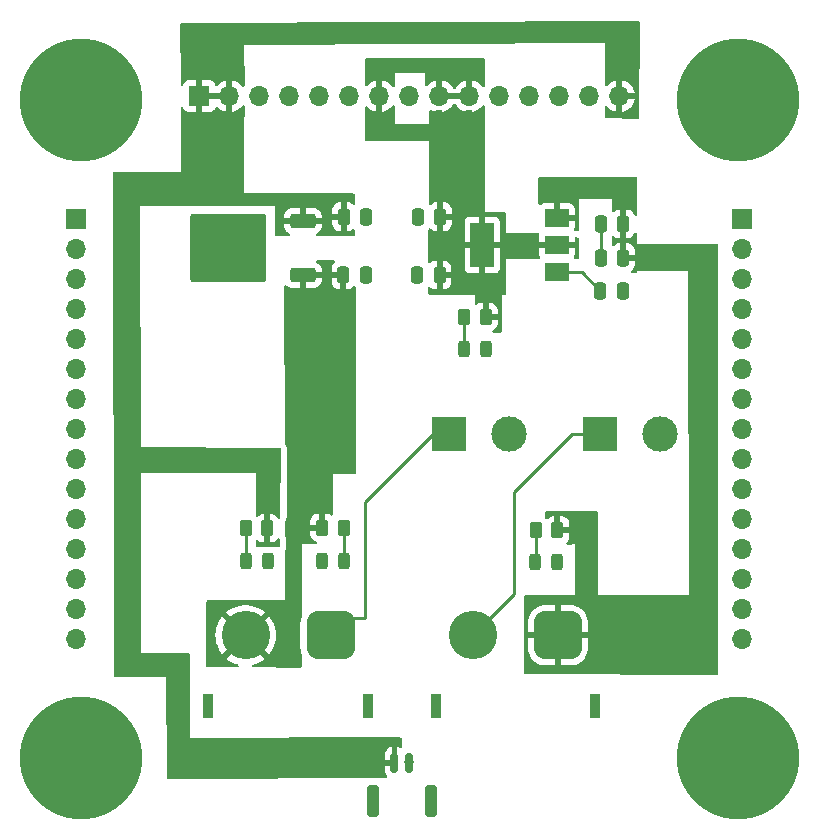
<source format=gbr>
%TF.GenerationSoftware,KiCad,Pcbnew,7.0.7*%
%TF.CreationDate,2024-02-10T01:31:47+05:30*%
%TF.ProjectId,PDB_Board,5044425f-426f-4617-9264-2e6b69636164,rev?*%
%TF.SameCoordinates,Original*%
%TF.FileFunction,Copper,L1,Top*%
%TF.FilePolarity,Positive*%
%FSLAX46Y46*%
G04 Gerber Fmt 4.6, Leading zero omitted, Abs format (unit mm)*
G04 Created by KiCad (PCBNEW 7.0.7) date 2024-02-10 01:31:47*
%MOMM*%
%LPD*%
G01*
G04 APERTURE LIST*
G04 Aperture macros list*
%AMRoundRect*
0 Rectangle with rounded corners*
0 $1 Rounding radius*
0 $2 $3 $4 $5 $6 $7 $8 $9 X,Y pos of 4 corners*
0 Add a 4 corners polygon primitive as box body*
4,1,4,$2,$3,$4,$5,$6,$7,$8,$9,$2,$3,0*
0 Add four circle primitives for the rounded corners*
1,1,$1+$1,$2,$3*
1,1,$1+$1,$4,$5*
1,1,$1+$1,$6,$7*
1,1,$1+$1,$8,$9*
0 Add four rect primitives between the rounded corners*
20,1,$1+$1,$2,$3,$4,$5,0*
20,1,$1+$1,$4,$5,$6,$7,0*
20,1,$1+$1,$6,$7,$8,$9,0*
20,1,$1+$1,$8,$9,$2,$3,0*%
G04 Aperture macros list end*
%TA.AperFunction,ComponentPad*%
%ADD10R,1.700000X1.700000*%
%TD*%
%TA.AperFunction,ComponentPad*%
%ADD11O,1.700000X1.700000*%
%TD*%
%TA.AperFunction,ComponentPad*%
%ADD12C,10.400000*%
%TD*%
%TA.AperFunction,SMDPad,CuDef*%
%ADD13RoundRect,0.243750X0.243750X0.456250X-0.243750X0.456250X-0.243750X-0.456250X0.243750X-0.456250X0*%
%TD*%
%TA.AperFunction,SMDPad,CuDef*%
%ADD14RoundRect,0.250000X0.262500X0.450000X-0.262500X0.450000X-0.262500X-0.450000X0.262500X-0.450000X0*%
%TD*%
%TA.AperFunction,ComponentPad*%
%ADD15R,3.000000X3.000000*%
%TD*%
%TA.AperFunction,ComponentPad*%
%ADD16C,3.000000*%
%TD*%
%TA.AperFunction,SMDPad,CuDef*%
%ADD17RoundRect,0.250000X-0.262500X-0.450000X0.262500X-0.450000X0.262500X0.450000X-0.262500X0.450000X0*%
%TD*%
%TA.AperFunction,SMDPad,CuDef*%
%ADD18RoundRect,0.250000X0.250000X0.475000X-0.250000X0.475000X-0.250000X-0.475000X0.250000X-0.475000X0*%
%TD*%
%TA.AperFunction,SMDPad,CuDef*%
%ADD19RoundRect,0.250000X-0.250000X-0.475000X0.250000X-0.475000X0.250000X0.475000X-0.250000X0.475000X0*%
%TD*%
%TA.AperFunction,SMDPad,CuDef*%
%ADD20RoundRect,0.243750X-0.243750X-0.456250X0.243750X-0.456250X0.243750X0.456250X-0.243750X0.456250X0*%
%TD*%
%TA.AperFunction,SMDPad,CuDef*%
%ADD21RoundRect,0.150000X-0.150000X-0.700000X0.150000X-0.700000X0.150000X0.700000X-0.150000X0.700000X0*%
%TD*%
%TA.AperFunction,SMDPad,CuDef*%
%ADD22RoundRect,0.250000X-0.250000X-1.100000X0.250000X-1.100000X0.250000X1.100000X-0.250000X1.100000X0*%
%TD*%
%TA.AperFunction,SMDPad,CuDef*%
%ADD23R,2.000000X1.500000*%
%TD*%
%TA.AperFunction,SMDPad,CuDef*%
%ADD24R,2.000000X3.800000*%
%TD*%
%TA.AperFunction,SMDPad,CuDef*%
%ADD25RoundRect,0.250000X0.850000X0.350000X-0.850000X0.350000X-0.850000X-0.350000X0.850000X-0.350000X0*%
%TD*%
%TA.AperFunction,SMDPad,CuDef*%
%ADD26RoundRect,0.250000X1.275000X1.125000X-1.275000X1.125000X-1.275000X-1.125000X1.275000X-1.125000X0*%
%TD*%
%TA.AperFunction,SMDPad,CuDef*%
%ADD27RoundRect,0.249997X2.950003X2.650003X-2.950003X2.650003X-2.950003X-2.650003X2.950003X-2.650003X0*%
%TD*%
%TA.AperFunction,ComponentPad*%
%ADD28R,0.900000X2.000000*%
%TD*%
%TA.AperFunction,ComponentPad*%
%ADD29RoundRect,1.025000X-1.025000X-1.025000X1.025000X-1.025000X1.025000X1.025000X-1.025000X1.025000X0*%
%TD*%
%TA.AperFunction,ComponentPad*%
%ADD30C,4.100000*%
%TD*%
%TA.AperFunction,ViaPad*%
%ADD31C,0.800000*%
%TD*%
%TA.AperFunction,Conductor*%
%ADD32C,0.250000*%
%TD*%
G04 APERTURE END LIST*
D10*
%TO.P,U1,1*%
%TO.N,unconnected-(U1-Pad1)*%
X156165200Y-82087800D03*
D11*
%TO.P,U1,2*%
%TO.N,unconnected-(U1-Pad2)*%
X156165200Y-84627800D03*
%TO.P,U1,3*%
%TO.N,unconnected-(U1-Pad3)*%
X156165200Y-87167800D03*
%TO.P,U1,4*%
%TO.N,unconnected-(U1-Pad4)*%
X156165200Y-89707800D03*
%TO.P,U1,5*%
%TO.N,unconnected-(U1-Pad5)*%
X156165200Y-92247800D03*
%TO.P,U1,6*%
%TO.N,unconnected-(U1-Pad6)*%
X156165200Y-94787800D03*
%TO.P,U1,7*%
%TO.N,unconnected-(U1-Pad7)*%
X156165200Y-97327800D03*
%TO.P,U1,8*%
%TO.N,unconnected-(U1-Pad8)*%
X156165200Y-99867800D03*
%TO.P,U1,9*%
%TO.N,unconnected-(U1-Pad9)*%
X156165200Y-102407800D03*
%TO.P,U1,10*%
%TO.N,unconnected-(U1-Pad10)*%
X156165200Y-104947800D03*
%TO.P,U1,11*%
%TO.N,unconnected-(U1-Pad11)*%
X156165200Y-107487800D03*
%TO.P,U1,12*%
%TO.N,unconnected-(U1-Pad12)*%
X156165200Y-110027800D03*
%TO.P,U1,13*%
%TO.N,unconnected-(U1-Pad13)*%
X156165200Y-112567800D03*
%TO.P,U1,14*%
%TO.N,unconnected-(U1-Pad14)*%
X156165200Y-115107800D03*
%TO.P,U1,15*%
%TO.N,unconnected-(U1-Pad15)*%
X156165200Y-117647800D03*
%TO.P,U1,16*%
%TO.N,unconnected-(U1-Pad16)*%
X99765200Y-117617800D03*
%TO.P,U1,17*%
%TO.N,unconnected-(U1-Pad17)*%
X99765200Y-115077800D03*
%TO.P,U1,18*%
%TO.N,unconnected-(U1-Pad18)*%
X99765200Y-112537800D03*
%TO.P,U1,19*%
%TO.N,unconnected-(U1-Pad19)*%
X99765200Y-109997800D03*
%TO.P,U1,20*%
%TO.N,unconnected-(U1-Pad20)*%
X99765200Y-107457800D03*
%TO.P,U1,21*%
%TO.N,unconnected-(U1-Pad21)*%
X99765200Y-104917800D03*
%TO.P,U1,22*%
%TO.N,unconnected-(U1-Pad22)*%
X99765200Y-102377800D03*
%TO.P,U1,23*%
%TO.N,unconnected-(U1-Pad23)*%
X99765200Y-99837800D03*
%TO.P,U1,24*%
%TO.N,unconnected-(U1-Pad24)*%
X99765200Y-97297800D03*
%TO.P,U1,25*%
%TO.N,unconnected-(U1-Pad25)*%
X99765200Y-94757800D03*
%TO.P,U1,26*%
%TO.N,unconnected-(U1-Pad26)*%
X99765200Y-92217800D03*
%TO.P,U1,27*%
%TO.N,unconnected-(U1-Pad27)*%
X99765200Y-89677800D03*
%TO.P,U1,28*%
%TO.N,unconnected-(U1-Pad28)*%
X99765200Y-87137800D03*
%TO.P,U1,29*%
%TO.N,unconnected-(U1-Pad29)*%
X99765200Y-84597800D03*
D10*
%TO.P,U1,30*%
%TO.N,unconnected-(U1-Pad30)*%
X99765200Y-82057800D03*
%TO.P,U1,31*%
%TO.N,5V*%
X110190200Y-71672800D03*
D11*
%TO.P,U1,32*%
X112730200Y-71672800D03*
%TO.P,U1,33*%
%TO.N,unconnected-(U1-Pad33)*%
X115270200Y-71672800D03*
%TO.P,U1,34*%
%TO.N,unconnected-(U1-Pad34)*%
X117810200Y-71672800D03*
%TO.P,U1,35*%
%TO.N,unconnected-(U1-Pad35)*%
X120350200Y-71672800D03*
%TO.P,U1,36*%
%TO.N,unconnected-(U1-Pad36)*%
X122890200Y-71672800D03*
%TO.P,U1,37*%
%TO.N,3.3V*%
X125430200Y-71672800D03*
%TO.P,U1,38*%
%TO.N,unconnected-(U1-Pad38)*%
X127970200Y-71672800D03*
%TO.P,U1,39*%
%TO.N,3.3V*%
X130510200Y-71672800D03*
%TO.P,U1,40*%
X133050200Y-71672800D03*
%TO.P,U1,41*%
%TO.N,unconnected-(U1-Pad41)*%
X135590200Y-71672800D03*
%TO.P,U1,42*%
%TO.N,unconnected-(U1-Pad42)*%
X138130200Y-71672800D03*
%TO.P,U1,43*%
%TO.N,unconnected-(U1-Pad43)*%
X140670200Y-71672800D03*
%TO.P,U1,44*%
%TO.N,unconnected-(U1-Pad44)*%
X143210200Y-71672800D03*
%TO.P,U1,45*%
%TO.N,5V*%
X145750200Y-71672800D03*
D12*
%TO.P,U1,49,1*%
%TO.N,GND*%
X155765200Y-127672800D03*
%TO.P,U1,50,1*%
X100165200Y-127672800D03*
%TO.P,U1,51,1*%
X100165200Y-71972800D03*
%TO.P,U1,52,1*%
X155765200Y-71987800D03*
%TD*%
D13*
%TO.P,5V_LED,1,K*%
%TO.N,GND*%
X115999100Y-111048800D03*
%TO.P,5V_LED,2,A*%
%TO.N,Net-(D2-A)*%
X114124100Y-111048800D03*
%TD*%
D14*
%TO.P,R1,1*%
%TO.N,7.4V1*%
X140510900Y-108432600D03*
%TO.P,R1,2*%
%TO.N,Net-(D1-A)*%
X138685900Y-108432600D03*
%TD*%
D13*
%TO.P,7.4V1_LED,1,K*%
%TO.N,GND*%
X140508600Y-111125000D03*
%TO.P,7.4V1_LED,2,A*%
%TO.N,Net-(D1-A)*%
X138633600Y-111125000D03*
%TD*%
D15*
%TO.P,PRIMARY SWITCH,1,Pin_1*%
%TO.N,7.4V1_SWITCH*%
X144119600Y-100253800D03*
D16*
%TO.P,PRIMARY SWITCH,2,Pin_2*%
%TO.N,GND*%
X149199600Y-100253800D03*
%TD*%
D15*
%TO.P,CAM+TELEM SWITCH,1,Pin_1*%
%TO.N,7.4V2_SWITCH*%
X131368800Y-100253800D03*
D16*
%TO.P,CAM+TELEM SWITCH,2,Pin_2*%
%TO.N,GND*%
X136448800Y-100253800D03*
%TD*%
D17*
%TO.P,R3,1*%
%TO.N,7.4V2*%
X120575700Y-108204000D03*
%TO.P,R3,2*%
%TO.N,Net-(D3-A)*%
X122400700Y-108204000D03*
%TD*%
D18*
%TO.P,C5,1*%
%TO.N,7.4V1*%
X146078800Y-85343000D03*
%TO.P,C5,2*%
%TO.N,Net-(C5-Pad2)*%
X144178800Y-85343000D03*
%TD*%
D14*
%TO.P,R2,1*%
%TO.N,5V*%
X115951000Y-108254800D03*
%TO.P,R2,2*%
%TO.N,Net-(D2-A)*%
X114126000Y-108254800D03*
%TD*%
D19*
%TO.P,C7,1*%
%TO.N,Net-(U3-GND)*%
X144153400Y-88162400D03*
%TO.P,C7,2*%
%TO.N,GND*%
X146053400Y-88162400D03*
%TD*%
%TO.P,C2,1*%
%TO.N,5V*%
X122436400Y-81888600D03*
%TO.P,C2,2*%
%TO.N,GND*%
X124336400Y-81888600D03*
%TD*%
D14*
%TO.P,R6,1*%
%TO.N,3.3V*%
X134438400Y-90345100D03*
%TO.P,R6,2*%
%TO.N,Net-(D4-A)*%
X132613400Y-90345100D03*
%TD*%
D18*
%TO.P,C9,1*%
%TO.N,3.3V*%
X130534000Y-86816200D03*
%TO.P,C9,2*%
%TO.N,GND*%
X128634000Y-86816200D03*
%TD*%
D20*
%TO.P,7.4V2_LED,1,K*%
%TO.N,GND*%
X120601500Y-111048800D03*
%TO.P,7.4V2_LED,2,A*%
%TO.N,Net-(D3-A)*%
X122476500Y-111048800D03*
%TD*%
D21*
%TO.P,J1,1,Pin_1*%
%TO.N,5V*%
X126715200Y-128117600D03*
%TO.P,J1,2,Pin_2*%
%TO.N,GND*%
X127965200Y-128117600D03*
D22*
%TO.P,J1,MP*%
%TO.N,N/C*%
X124865200Y-131317600D03*
X129815200Y-131317600D03*
%TD*%
D13*
%TO.P,3.3V_LED,1,K*%
%TO.N,GND*%
X134440300Y-93062900D03*
%TO.P,3.3V_LED,2,A*%
%TO.N,Net-(D4-A)*%
X132565300Y-93062900D03*
%TD*%
D23*
%TO.P,U3,1,GND*%
%TO.N,Net-(U3-GND)*%
X140455600Y-86576200D03*
%TO.P,U3,2,VO*%
%TO.N,3.3V*%
X140455600Y-84276200D03*
D24*
X134155600Y-84276200D03*
D23*
%TO.P,U3,3,VI*%
%TO.N,7.4V1*%
X140455600Y-81976200D03*
%TD*%
D18*
%TO.P,C6,1*%
%TO.N,7.4V1*%
X146078800Y-82498200D03*
%TO.P,C6,2*%
%TO.N,Net-(C5-Pad2)*%
X144178800Y-82498200D03*
%TD*%
D25*
%TO.P,U2,1,VI*%
%TO.N,7.4V2*%
X118950400Y-86810200D03*
D26*
%TO.P,U2,2,GND*%
%TO.N,GND*%
X114325400Y-86055200D03*
X114325400Y-83005200D03*
D27*
X112650400Y-84530200D03*
D26*
X110975400Y-86055200D03*
X110975400Y-83005200D03*
D25*
%TO.P,U2,3,VO*%
%TO.N,5V*%
X118950400Y-82250200D03*
%TD*%
D18*
%TO.P,C8,1*%
%TO.N,3.3V*%
X130584800Y-81888600D03*
%TO.P,C8,2*%
%TO.N,GND*%
X128684800Y-81888600D03*
%TD*%
D19*
%TO.P,C1,1*%
%TO.N,7.4V2*%
X122385600Y-86816200D03*
%TO.P,C1,2*%
%TO.N,GND*%
X124285600Y-86816200D03*
%TD*%
D28*
%TO.P,CAM+TELEM,*%
%TO.N,*%
X110960000Y-123317000D03*
X124460000Y-123317000D03*
D29*
%TO.P,CAM+TELEM,1,Pin_1*%
%TO.N,7.4V2_SWITCH*%
X121310000Y-117317000D03*
D30*
%TO.P,CAM+TELEM,2,Pin_2*%
%TO.N,7.4V2*%
X114110000Y-117317000D03*
%TD*%
D28*
%TO.P,PRIMARY,*%
%TO.N,*%
X130200400Y-123317000D03*
X143700400Y-123317000D03*
D29*
%TO.P,PRIMARY,1,Pin_1*%
%TO.N,7.4V1*%
X140550400Y-117317000D03*
D30*
%TO.P,PRIMARY,2,Pin_2*%
%TO.N,7.4V1_SWITCH*%
X133350400Y-117317000D03*
%TD*%
D31*
%TO.N,GND*%
X116052600Y-110972600D03*
X110838800Y-86003400D03*
X124351600Y-86765400D03*
X128669600Y-81939400D03*
X120599200Y-111048800D03*
X134491100Y-93037500D03*
X127965200Y-128066800D03*
X111016600Y-83082400D03*
X140563600Y-111074200D03*
X114217000Y-86003400D03*
X128644200Y-86892400D03*
X114420200Y-83057000D03*
X124351600Y-81888600D03*
X146043200Y-88213200D03*
%TD*%
D32*
%TO.N,GND*%
X120575700Y-111023000D02*
X120599200Y-111046500D01*
X120601500Y-111048800D02*
X120601500Y-111048800D01*
X120599200Y-111048800D02*
X120601500Y-111048800D01*
X120599200Y-111046500D02*
X120599200Y-111048800D01*
%TO.N,Net-(C5-Pad2)*%
X144178800Y-82498200D02*
X144178800Y-85343000D01*
%TO.N,Net-(U3-GND)*%
X140455600Y-86576200D02*
X142567200Y-86576200D01*
X142567200Y-86576200D02*
X144153400Y-88162400D01*
%TO.N,Net-(D4-A)*%
X132613400Y-90345100D02*
X132613400Y-93014800D01*
X132613400Y-93014800D02*
X132565300Y-93062900D01*
%TO.N,Net-(D1-A)*%
X138685900Y-108432600D02*
X138685900Y-111072700D01*
X138685900Y-111072700D02*
X138633600Y-111125000D01*
%TO.N,Net-(D2-A)*%
X114126000Y-108254800D02*
X114126000Y-111046900D01*
X114126000Y-111046900D02*
X114124100Y-111048800D01*
%TO.N,Net-(D3-A)*%
X122400700Y-108204000D02*
X122400700Y-110973000D01*
X122400700Y-110973000D02*
X122476500Y-111048800D01*
%TO.N,7.4V1_SWITCH*%
X141757400Y-100253800D02*
X136855200Y-105156000D01*
X144119600Y-100253800D02*
X141757400Y-100253800D01*
X136855200Y-113812200D02*
X133350400Y-117317000D01*
X136855200Y-105156000D02*
X136855200Y-113812200D01*
%TO.N,7.4V2_SWITCH*%
X124180600Y-115849400D02*
X122777600Y-115849400D01*
X129946400Y-100253800D02*
X124180600Y-106019600D01*
X122777600Y-115849400D02*
X121310000Y-117317000D01*
X124180600Y-106019600D02*
X124180600Y-115849400D01*
X131368800Y-100253800D02*
X129946400Y-100253800D01*
%TD*%
%TA.AperFunction,Conductor*%
%TO.N,3.3V*%
G36*
X125607712Y-72172307D02*
G01*
X125660515Y-72218062D01*
X125680200Y-72285101D01*
X125680200Y-73003433D01*
X125893683Y-72946233D01*
X125893692Y-72946229D01*
X126107778Y-72846400D01*
X126301282Y-72710905D01*
X126468305Y-72543882D01*
X126520425Y-72469449D01*
X126575003Y-72425824D01*
X126644501Y-72418632D01*
X126706856Y-72450154D01*
X126742269Y-72510384D01*
X126746000Y-72540573D01*
X126746000Y-73507600D01*
X124206000Y-73507600D01*
X124206000Y-72657150D01*
X124225685Y-72590111D01*
X124278489Y-72544356D01*
X124347647Y-72534412D01*
X124411203Y-72563437D01*
X124417681Y-72569469D01*
X124559117Y-72710905D01*
X124752621Y-72846400D01*
X124966707Y-72946229D01*
X124966716Y-72946233D01*
X125180200Y-73003434D01*
X125180200Y-72285101D01*
X125199885Y-72218062D01*
X125252689Y-72172307D01*
X125321847Y-72162363D01*
X125394437Y-72172800D01*
X125394438Y-72172800D01*
X125465962Y-72172800D01*
X125465963Y-72172800D01*
X125538553Y-72162363D01*
X125607712Y-72172307D01*
G37*
%TD.AperFunction*%
%TA.AperFunction,Conductor*%
G36*
X131865055Y-72338473D02*
G01*
X131881775Y-72357768D01*
X132012094Y-72543882D01*
X132179117Y-72710905D01*
X132372621Y-72846400D01*
X132374337Y-72847200D01*
X131186062Y-72847200D01*
X131187778Y-72846400D01*
X131381282Y-72710905D01*
X131548305Y-72543882D01*
X131678625Y-72357768D01*
X131733202Y-72314144D01*
X131802701Y-72306951D01*
X131865055Y-72338473D01*
G37*
%TD.AperFunction*%
%TA.AperFunction,Conductor*%
G36*
X134326856Y-72450154D02*
G01*
X134362269Y-72510384D01*
X134366000Y-72540572D01*
X134366000Y-72847200D01*
X133726062Y-72847200D01*
X133727778Y-72846400D01*
X133921282Y-72710905D01*
X134088305Y-72543882D01*
X134140425Y-72469449D01*
X134195003Y-72425824D01*
X134264501Y-72418632D01*
X134326856Y-72450154D01*
G37*
%TD.AperFunction*%
%TA.AperFunction,Conductor*%
G36*
X132503892Y-71442485D02*
G01*
X132549647Y-71495289D01*
X132559591Y-71564447D01*
X132555831Y-71581733D01*
X132550200Y-71600911D01*
X132550200Y-71744688D01*
X132555831Y-71763867D01*
X132555830Y-71833736D01*
X132518055Y-71892514D01*
X132454499Y-71921538D01*
X132436853Y-71922800D01*
X131123547Y-71922800D01*
X131056508Y-71903115D01*
X131010753Y-71850311D01*
X131000809Y-71781153D01*
X131004569Y-71763867D01*
X131010200Y-71744688D01*
X131010200Y-71600911D01*
X131004569Y-71581733D01*
X131004570Y-71511864D01*
X131042345Y-71453086D01*
X131105901Y-71424062D01*
X131123547Y-71422800D01*
X132436853Y-71422800D01*
X132503892Y-71442485D01*
G37*
%TD.AperFunction*%
%TA.AperFunction,Conductor*%
G36*
X134308517Y-68447572D02*
G01*
X134354535Y-68500146D01*
X134366000Y-68552221D01*
X134366000Y-70805026D01*
X134346315Y-70872065D01*
X134293511Y-70917820D01*
X134224353Y-70927764D01*
X134160797Y-70898739D01*
X134140425Y-70876150D01*
X134088309Y-70801722D01*
X134088308Y-70801720D01*
X133921282Y-70634694D01*
X133727778Y-70499199D01*
X133513692Y-70399370D01*
X133513686Y-70399367D01*
X133300200Y-70342164D01*
X133300200Y-71060498D01*
X133280515Y-71127537D01*
X133227711Y-71173292D01*
X133158555Y-71183236D01*
X133085966Y-71172800D01*
X133085963Y-71172800D01*
X133014437Y-71172800D01*
X133014433Y-71172800D01*
X132941845Y-71183236D01*
X132872687Y-71173292D01*
X132819884Y-71127536D01*
X132800200Y-71060498D01*
X132800199Y-70342164D01*
X132586713Y-70399367D01*
X132586707Y-70399370D01*
X132372622Y-70499199D01*
X132372620Y-70499200D01*
X132179126Y-70634686D01*
X132179120Y-70634691D01*
X132012091Y-70801720D01*
X132012090Y-70801722D01*
X131881774Y-70987831D01*
X131827196Y-71031456D01*
X131757698Y-71038648D01*
X131695343Y-71007126D01*
X131678624Y-70987830D01*
X131548313Y-70801726D01*
X131548308Y-70801720D01*
X131381282Y-70634694D01*
X131187778Y-70499199D01*
X130973692Y-70399370D01*
X130973686Y-70399367D01*
X130760200Y-70342164D01*
X130760200Y-71060498D01*
X130740515Y-71127537D01*
X130687711Y-71173292D01*
X130618555Y-71183236D01*
X130545966Y-71172800D01*
X130545963Y-71172800D01*
X130474437Y-71172800D01*
X130474433Y-71172800D01*
X130401845Y-71183236D01*
X130332687Y-71173292D01*
X130279884Y-71127536D01*
X130260200Y-71060498D01*
X130260200Y-70342164D01*
X130260199Y-70342164D01*
X130046713Y-70399367D01*
X130046707Y-70399370D01*
X129832622Y-70499199D01*
X129832620Y-70499200D01*
X129639126Y-70634686D01*
X129639120Y-70634691D01*
X129497681Y-70776131D01*
X129436358Y-70809616D01*
X129366666Y-70804632D01*
X129310733Y-70762760D01*
X129286316Y-70697296D01*
X129286000Y-70688450D01*
X129286000Y-69697600D01*
X126746000Y-69697600D01*
X126746000Y-70805026D01*
X126726315Y-70872065D01*
X126673511Y-70917820D01*
X126604353Y-70927764D01*
X126540797Y-70898739D01*
X126520425Y-70876150D01*
X126468309Y-70801722D01*
X126468308Y-70801720D01*
X126301282Y-70634694D01*
X126107778Y-70499199D01*
X125893692Y-70399370D01*
X125893686Y-70399367D01*
X125680200Y-70342164D01*
X125680200Y-71060498D01*
X125660515Y-71127537D01*
X125607711Y-71173292D01*
X125538555Y-71183236D01*
X125465966Y-71172800D01*
X125465963Y-71172800D01*
X125394437Y-71172800D01*
X125394433Y-71172800D01*
X125321845Y-71183236D01*
X125252687Y-71173292D01*
X125199884Y-71127536D01*
X125180200Y-71060498D01*
X125180199Y-70342164D01*
X124966713Y-70399367D01*
X124966707Y-70399370D01*
X124752622Y-70499199D01*
X124752620Y-70499200D01*
X124559126Y-70634686D01*
X124417681Y-70776131D01*
X124356358Y-70809615D01*
X124286666Y-70804631D01*
X124230733Y-70762759D01*
X124206316Y-70697295D01*
X124206000Y-70688449D01*
X124206000Y-68601781D01*
X124225685Y-68534742D01*
X124278489Y-68488987D01*
X124329379Y-68477783D01*
X134241380Y-68428223D01*
X134308517Y-68447572D01*
G37*
%TD.AperFunction*%
%TD*%
%TA.AperFunction,Conductor*%
%TO.N,7.4V1*%
G36*
X154069775Y-84195491D02*
G01*
X154115721Y-84248130D01*
X154127113Y-84300134D01*
X154101886Y-120551103D01*
X154082155Y-120618129D01*
X154029319Y-120663847D01*
X153977503Y-120675016D01*
X137766687Y-120624982D01*
X137699709Y-120605091D01*
X137654117Y-120552146D01*
X137643071Y-120500515D01*
X137651011Y-118412266D01*
X138000400Y-118412266D01*
X138010615Y-118556958D01*
X138010617Y-118556968D01*
X138064713Y-118797165D01*
X138064715Y-118797172D01*
X138156644Y-119025585D01*
X138284020Y-119236289D01*
X138284027Y-119236299D01*
X138443553Y-119423846D01*
X138631100Y-119583372D01*
X138631110Y-119583379D01*
X138841814Y-119710755D01*
X139070227Y-119802684D01*
X139070234Y-119802686D01*
X139310431Y-119856782D01*
X139310441Y-119856784D01*
X139455134Y-119867000D01*
X140300400Y-119867000D01*
X140300400Y-118785607D01*
X140320085Y-118718568D01*
X140372889Y-118672813D01*
X140435208Y-118662079D01*
X140491455Y-118667000D01*
X140609345Y-118667000D01*
X140665592Y-118662079D01*
X140734092Y-118675845D01*
X140784275Y-118724461D01*
X140800400Y-118785607D01*
X140800400Y-119867000D01*
X141645666Y-119867000D01*
X141790358Y-119856784D01*
X141790368Y-119856782D01*
X142030565Y-119802686D01*
X142030572Y-119802684D01*
X142258985Y-119710755D01*
X142469689Y-119583379D01*
X142469699Y-119583372D01*
X142657246Y-119423846D01*
X142816772Y-119236299D01*
X142816779Y-119236289D01*
X142944155Y-119025585D01*
X143036084Y-118797172D01*
X143036086Y-118797165D01*
X143090182Y-118556968D01*
X143090184Y-118556958D01*
X143100400Y-118412266D01*
X143100400Y-117567000D01*
X142019007Y-117567000D01*
X141951968Y-117547315D01*
X141906213Y-117494511D01*
X141895479Y-117432193D01*
X141905557Y-117317001D01*
X141905557Y-117316998D01*
X141895479Y-117201807D01*
X141909246Y-117133307D01*
X141957861Y-117083124D01*
X142019007Y-117067000D01*
X143100400Y-117067000D01*
X143100400Y-116221734D01*
X143090184Y-116077041D01*
X143090182Y-116077031D01*
X143036086Y-115836834D01*
X143036084Y-115836827D01*
X142944155Y-115608414D01*
X142816779Y-115397710D01*
X142816772Y-115397700D01*
X142657246Y-115210153D01*
X142469699Y-115050627D01*
X142469689Y-115050620D01*
X142258985Y-114923244D01*
X142030572Y-114831315D01*
X142030565Y-114831313D01*
X141790368Y-114777217D01*
X141790358Y-114777215D01*
X141645666Y-114767000D01*
X140800400Y-114767000D01*
X140800400Y-115848393D01*
X140780715Y-115915432D01*
X140727911Y-115961187D01*
X140665592Y-115971921D01*
X140609345Y-115967000D01*
X140491455Y-115967000D01*
X140435208Y-115971921D01*
X140366708Y-115958155D01*
X140316525Y-115909539D01*
X140300400Y-115848393D01*
X140300400Y-114767000D01*
X139455134Y-114767000D01*
X139310441Y-114777215D01*
X139310431Y-114777217D01*
X139070234Y-114831313D01*
X139070227Y-114831315D01*
X138841814Y-114923244D01*
X138631110Y-115050620D01*
X138631100Y-115050627D01*
X138443553Y-115210153D01*
X138284027Y-115397700D01*
X138284020Y-115397710D01*
X138156644Y-115608414D01*
X138064715Y-115836827D01*
X138064713Y-115836834D01*
X138010617Y-116077031D01*
X138010615Y-116077041D01*
X138000400Y-116221734D01*
X138000400Y-117067000D01*
X139081793Y-117067000D01*
X139148832Y-117086685D01*
X139194587Y-117139489D01*
X139205321Y-117201807D01*
X139195243Y-117316998D01*
X139195243Y-117317001D01*
X139205321Y-117432193D01*
X139191554Y-117500693D01*
X139142939Y-117550876D01*
X139081793Y-117567000D01*
X138000400Y-117567000D01*
X138000400Y-118412266D01*
X137651011Y-118412266D01*
X137667530Y-114067927D01*
X137687469Y-114000964D01*
X137740447Y-113955411D01*
X137791529Y-113944400D01*
X141986000Y-113944400D01*
X141986000Y-114274600D01*
X143916400Y-114249200D01*
X143916400Y-113944400D01*
X151638000Y-113944400D01*
X151536400Y-86512400D01*
X147244198Y-86512400D01*
X147091400Y-86512400D01*
X147091400Y-84201000D01*
X154002666Y-84176049D01*
X154069775Y-84195491D01*
G37*
%TD.AperFunction*%
%TD*%
%TA.AperFunction,Conductor*%
%TO.N,5V*%
G36*
X107442000Y-78105000D02*
G01*
X107441999Y-78104999D01*
X107462245Y-78105224D01*
X107464338Y-78102657D01*
X107530754Y-78080959D01*
X107535831Y-78080910D01*
X109728000Y-78105000D01*
X109728000Y-80949800D01*
X105181400Y-80949800D01*
X105222515Y-101398020D01*
X105222514Y-101398020D01*
X105222515Y-101398021D01*
X104623465Y-101396801D01*
X104622600Y-101320600D01*
X104622600Y-101396800D01*
X104623465Y-101396801D01*
X104648000Y-103555800D01*
X105226854Y-103555800D01*
X105257599Y-118846599D01*
X105257599Y-118846598D01*
X105257600Y-118846600D01*
X109247313Y-118797344D01*
X109314590Y-118816200D01*
X109360993Y-118868435D01*
X109372842Y-118920897D01*
X109397799Y-125984000D01*
X109397799Y-125983999D01*
X109397800Y-125984000D01*
X125958600Y-125958600D01*
X127207101Y-125958600D01*
X127274140Y-125978285D01*
X127319895Y-126031089D01*
X127331098Y-126081695D01*
X127335774Y-126722436D01*
X127316579Y-126789617D01*
X127264110Y-126835756D01*
X127195026Y-126846204D01*
X127148656Y-126830073D01*
X127125396Y-126816317D01*
X127125393Y-126816316D01*
X126967694Y-126770500D01*
X126967697Y-126770500D01*
X126965200Y-126770303D01*
X126965200Y-128243600D01*
X126945515Y-128310639D01*
X126892711Y-128356394D01*
X126841200Y-128367600D01*
X125915200Y-128367600D01*
X125915200Y-128883244D01*
X125918099Y-128920089D01*
X125918100Y-128920095D01*
X125963916Y-129077793D01*
X125963917Y-129077796D01*
X126047514Y-129219152D01*
X126047521Y-129219161D01*
X126056849Y-129228489D01*
X126090334Y-129289812D01*
X126085350Y-129359504D01*
X126043478Y-129415437D01*
X125978014Y-129439854D01*
X125969326Y-129440170D01*
X107589506Y-129463644D01*
X107522442Y-129444045D01*
X107476620Y-129391299D01*
X107465365Y-129341710D01*
X107463322Y-129219152D01*
X107440796Y-127867600D01*
X125915200Y-127867600D01*
X126465200Y-127867600D01*
X126465200Y-126770303D01*
X126462703Y-126770500D01*
X126305006Y-126816316D01*
X126305003Y-126816317D01*
X126163647Y-126899914D01*
X126163638Y-126899921D01*
X126047521Y-127016038D01*
X126047514Y-127016047D01*
X125963917Y-127157403D01*
X125963916Y-127157406D01*
X125918100Y-127315104D01*
X125918099Y-127315110D01*
X125915200Y-127351956D01*
X125915200Y-127867600D01*
X107440796Y-127867600D01*
X107340400Y-121843800D01*
X107365800Y-120853200D01*
X103120631Y-120853200D01*
X103053592Y-120833515D01*
X103007837Y-120780711D01*
X102996632Y-120729569D01*
X102991255Y-118920897D01*
X102870147Y-78179953D01*
X102889632Y-78112857D01*
X102942299Y-78066945D01*
X102995520Y-78055594D01*
X107442000Y-78105000D01*
G37*
%TD.AperFunction*%
%TD*%
%TA.AperFunction,Conductor*%
%TO.N,5V*%
G36*
X116969508Y-101421946D02*
G01*
X117036506Y-101441767D01*
X117082153Y-101494664D01*
X117093252Y-101546691D01*
X117058638Y-107309855D01*
X117038551Y-107376775D01*
X116985473Y-107422212D01*
X116916256Y-107431740D01*
X116852876Y-107402334D01*
X116829101Y-107374206D01*
X116805817Y-107336456D01*
X116681845Y-107212484D01*
X116532624Y-107120443D01*
X116532619Y-107120441D01*
X116366197Y-107065294D01*
X116366190Y-107065293D01*
X116263486Y-107054800D01*
X116201000Y-107054800D01*
X116201000Y-109454799D01*
X116263472Y-109454799D01*
X116263486Y-109454798D01*
X116366197Y-109444305D01*
X116532619Y-109389158D01*
X116532624Y-109389156D01*
X116681845Y-109297115D01*
X116805818Y-109173142D01*
X116817629Y-109153993D01*
X116869576Y-109107267D01*
X116938538Y-109096043D01*
X117002621Y-109123885D01*
X117041478Y-109181953D01*
X117047167Y-109219832D01*
X117043940Y-109757145D01*
X117023853Y-109824065D01*
X116970775Y-109869502D01*
X116919942Y-109880400D01*
X116505262Y-109880400D01*
X116466259Y-109874106D01*
X116396002Y-109850825D01*
X116292976Y-109840300D01*
X115705232Y-109840300D01*
X115705216Y-109840301D01*
X115602194Y-109850826D01*
X115531941Y-109874106D01*
X115492937Y-109880400D01*
X115084400Y-109880400D01*
X115017361Y-109860715D01*
X114971606Y-109807911D01*
X114960400Y-109756400D01*
X114960400Y-109336723D01*
X114980085Y-109269684D01*
X115032889Y-109223929D01*
X115102047Y-109213985D01*
X115165603Y-109243010D01*
X115172081Y-109249042D01*
X115220154Y-109297115D01*
X115369375Y-109389156D01*
X115369380Y-109389158D01*
X115535802Y-109444305D01*
X115535809Y-109444306D01*
X115638519Y-109454799D01*
X115700999Y-109454798D01*
X115701000Y-109454798D01*
X115701000Y-107054800D01*
X115700999Y-107054799D01*
X115638528Y-107054800D01*
X115638511Y-107054801D01*
X115535802Y-107065294D01*
X115369380Y-107120441D01*
X115369375Y-107120443D01*
X115220154Y-107212484D01*
X115172079Y-107260559D01*
X115110756Y-107294043D01*
X115041064Y-107289058D01*
X114985131Y-107247186D01*
X114960715Y-107181722D01*
X114960400Y-107172904D01*
X114960400Y-103555800D01*
X105226854Y-103555800D01*
X104648000Y-103555800D01*
X104623465Y-101396801D01*
X116969508Y-101421946D01*
G37*
%TD.AperFunction*%
%TA.AperFunction,Conductor*%
G36*
X104623465Y-101396801D02*
G01*
X104622600Y-101396800D01*
X104622600Y-101320600D01*
X104623465Y-101396801D01*
G37*
%TD.AperFunction*%
%TD*%
%TA.AperFunction,Conductor*%
%TO.N,5V*%
G36*
X147414579Y-65323349D02*
G01*
X147460575Y-65375943D01*
X147472016Y-65428350D01*
X147447382Y-73459110D01*
X147427492Y-73526089D01*
X147374548Y-73571682D01*
X147322314Y-73582725D01*
X144624023Y-73559463D01*
X144557156Y-73539202D01*
X144511858Y-73486005D01*
X144501093Y-73434975D01*
X144504293Y-72634943D01*
X144524246Y-72567986D01*
X144577232Y-72522442D01*
X144646430Y-72512776D01*
X144709869Y-72542055D01*
X144715973Y-72547761D01*
X144879117Y-72710905D01*
X145072621Y-72846400D01*
X145286707Y-72946229D01*
X145286716Y-72946233D01*
X145500200Y-73003434D01*
X145500200Y-72285101D01*
X145519885Y-72218062D01*
X145572689Y-72172307D01*
X145641847Y-72162363D01*
X145714437Y-72172800D01*
X145714438Y-72172800D01*
X145785962Y-72172800D01*
X145785963Y-72172800D01*
X145858553Y-72162363D01*
X145927712Y-72172307D01*
X145980515Y-72218062D01*
X146000200Y-72285101D01*
X146000200Y-73003433D01*
X146213683Y-72946233D01*
X146213692Y-72946229D01*
X146427778Y-72846400D01*
X146621282Y-72710905D01*
X146788305Y-72543882D01*
X146923800Y-72350378D01*
X147023629Y-72136292D01*
X147023632Y-72136286D01*
X147080836Y-71922800D01*
X146363547Y-71922800D01*
X146296508Y-71903115D01*
X146250753Y-71850311D01*
X146240809Y-71781153D01*
X146244569Y-71763867D01*
X146250200Y-71744688D01*
X146250200Y-71600911D01*
X146244569Y-71581733D01*
X146244570Y-71511864D01*
X146282345Y-71453086D01*
X146345901Y-71424062D01*
X146363547Y-71422800D01*
X147080836Y-71422800D01*
X147080835Y-71422799D01*
X147023632Y-71209313D01*
X147023629Y-71209307D01*
X146923800Y-70995222D01*
X146923799Y-70995220D01*
X146788313Y-70801726D01*
X146788308Y-70801720D01*
X146621282Y-70634694D01*
X146427778Y-70499199D01*
X146213692Y-70399370D01*
X146213686Y-70399367D01*
X146000200Y-70342164D01*
X146000200Y-71060498D01*
X145980515Y-71127537D01*
X145927711Y-71173292D01*
X145858555Y-71183236D01*
X145785966Y-71172800D01*
X145785963Y-71172800D01*
X145714437Y-71172800D01*
X145714433Y-71172800D01*
X145641845Y-71183236D01*
X145572687Y-71173292D01*
X145519884Y-71127536D01*
X145500200Y-71060498D01*
X145500200Y-70342164D01*
X145500199Y-70342164D01*
X145286713Y-70399367D01*
X145286707Y-70399370D01*
X145072622Y-70499199D01*
X145072620Y-70499200D01*
X144879126Y-70634686D01*
X144723705Y-70790107D01*
X144662382Y-70823591D01*
X144592690Y-70818607D01*
X144536757Y-70776735D01*
X144512340Y-70711271D01*
X144512025Y-70701952D01*
X144526000Y-67208400D01*
X113995200Y-67360799D01*
X114023868Y-70772382D01*
X114004747Y-70839585D01*
X113952329Y-70885782D01*
X113883257Y-70896306D01*
X113819460Y-70867816D01*
X113798297Y-70844548D01*
X113768309Y-70801722D01*
X113768308Y-70801720D01*
X113601282Y-70634694D01*
X113407778Y-70499199D01*
X113193692Y-70399370D01*
X113193686Y-70399367D01*
X112980200Y-70342164D01*
X112980200Y-71060498D01*
X112960515Y-71127537D01*
X112907711Y-71173292D01*
X112838555Y-71183236D01*
X112765966Y-71172800D01*
X112765963Y-71172800D01*
X112694437Y-71172800D01*
X112694433Y-71172800D01*
X112621845Y-71183236D01*
X112552687Y-71173292D01*
X112499884Y-71127536D01*
X112480200Y-71060498D01*
X112480200Y-70342164D01*
X112480199Y-70342164D01*
X112266713Y-70399367D01*
X112266707Y-70399370D01*
X112052622Y-70499199D01*
X112052620Y-70499200D01*
X111859126Y-70634686D01*
X111736677Y-70757135D01*
X111675354Y-70790619D01*
X111605662Y-70785635D01*
X111549729Y-70743763D01*
X111532814Y-70712786D01*
X111483554Y-70580713D01*
X111483550Y-70580706D01*
X111397390Y-70465612D01*
X111397387Y-70465609D01*
X111282293Y-70379449D01*
X111282286Y-70379445D01*
X111147579Y-70329203D01*
X111147572Y-70329201D01*
X111088044Y-70322800D01*
X110440200Y-70322800D01*
X110440200Y-71060498D01*
X110420515Y-71127537D01*
X110367711Y-71173292D01*
X110298555Y-71183236D01*
X110225966Y-71172800D01*
X110225963Y-71172800D01*
X110154437Y-71172800D01*
X110154433Y-71172800D01*
X110081845Y-71183236D01*
X110012687Y-71173292D01*
X109959884Y-71127536D01*
X109940200Y-71060498D01*
X109940200Y-70322800D01*
X109292355Y-70322800D01*
X109232827Y-70329201D01*
X109232820Y-70329203D01*
X109098113Y-70379445D01*
X109098106Y-70379449D01*
X108983012Y-70465609D01*
X108983009Y-70465612D01*
X108896849Y-70580706D01*
X108896845Y-70580713D01*
X108850582Y-70704752D01*
X108808711Y-70760686D01*
X108743246Y-70785103D01*
X108674973Y-70770251D01*
X108625568Y-70720846D01*
X108610400Y-70661419D01*
X108610400Y-70459600D01*
X108609004Y-70322800D01*
X108560874Y-65606122D01*
X108579874Y-65538888D01*
X108632208Y-65492597D01*
X108684296Y-65480861D01*
X147347452Y-65303971D01*
X147414579Y-65323349D01*
G37*
%TD.AperFunction*%
%TA.AperFunction,Conductor*%
G36*
X112907712Y-72172307D02*
G01*
X112960515Y-72218062D01*
X112980200Y-72285101D01*
X112980200Y-73003433D01*
X113193683Y-72946233D01*
X113193692Y-72946229D01*
X113407778Y-72846400D01*
X113601282Y-72710905D01*
X113768307Y-72543880D01*
X113813233Y-72479720D01*
X113867810Y-72436095D01*
X113937308Y-72428901D01*
X113999663Y-72460424D01*
X114035077Y-72520653D01*
X114038804Y-72549801D01*
X114044949Y-73280958D01*
X114025828Y-73348160D01*
X113973411Y-73394357D01*
X113951088Y-73399311D01*
X113944400Y-73406000D01*
X108637449Y-73406000D01*
X108637397Y-73398034D01*
X108613320Y-73354276D01*
X108610400Y-73327527D01*
X108610400Y-72684180D01*
X108630085Y-72617141D01*
X108682889Y-72571386D01*
X108752047Y-72561442D01*
X108815603Y-72590467D01*
X108850582Y-72640847D01*
X108896845Y-72764886D01*
X108896849Y-72764893D01*
X108983009Y-72879987D01*
X108983012Y-72879990D01*
X109098106Y-72966150D01*
X109098113Y-72966154D01*
X109232820Y-73016396D01*
X109232827Y-73016398D01*
X109292355Y-73022799D01*
X109292372Y-73022800D01*
X109940200Y-73022800D01*
X109940200Y-72285101D01*
X109959885Y-72218062D01*
X110012689Y-72172307D01*
X110081847Y-72162363D01*
X110154437Y-72172800D01*
X110154438Y-72172800D01*
X110225962Y-72172800D01*
X110225963Y-72172800D01*
X110298553Y-72162363D01*
X110367712Y-72172307D01*
X110420515Y-72218062D01*
X110440200Y-72285101D01*
X110440200Y-73022800D01*
X111088028Y-73022800D01*
X111088044Y-73022799D01*
X111147572Y-73016398D01*
X111147579Y-73016396D01*
X111282286Y-72966154D01*
X111282293Y-72966150D01*
X111397387Y-72879990D01*
X111397390Y-72879987D01*
X111483550Y-72764893D01*
X111483554Y-72764886D01*
X111532814Y-72632813D01*
X111574685Y-72576879D01*
X111640149Y-72552462D01*
X111708422Y-72567313D01*
X111736677Y-72588465D01*
X111859117Y-72710905D01*
X112052621Y-72846400D01*
X112266707Y-72946229D01*
X112266716Y-72946233D01*
X112480200Y-73003434D01*
X112480200Y-72285101D01*
X112499885Y-72218062D01*
X112552689Y-72172307D01*
X112621847Y-72162363D01*
X112694437Y-72172800D01*
X112694438Y-72172800D01*
X112765962Y-72172800D01*
X112765963Y-72172800D01*
X112838553Y-72162363D01*
X112907712Y-72172307D01*
G37*
%TD.AperFunction*%
%TA.AperFunction,Conductor*%
G36*
X112183892Y-71442485D02*
G01*
X112229647Y-71495289D01*
X112239591Y-71564447D01*
X112235831Y-71581733D01*
X112230200Y-71600911D01*
X112230200Y-71744688D01*
X112235831Y-71763867D01*
X112235830Y-71833736D01*
X112198055Y-71892514D01*
X112134499Y-71921538D01*
X112116853Y-71922800D01*
X110803547Y-71922800D01*
X110736508Y-71903115D01*
X110690753Y-71850311D01*
X110680809Y-71781153D01*
X110684569Y-71763867D01*
X110690200Y-71744688D01*
X110690200Y-71600911D01*
X110684569Y-71581733D01*
X110684570Y-71511864D01*
X110722345Y-71453086D01*
X110785901Y-71424062D01*
X110803547Y-71422800D01*
X112116853Y-71422800D01*
X112183892Y-71442485D01*
G37*
%TD.AperFunction*%
%TD*%
%TA.AperFunction,Conductor*%
%TO.N,7.4V2*%
G36*
X121628160Y-85574611D02*
G01*
X121674139Y-85627220D01*
X121684377Y-85696336D01*
X121655623Y-85760014D01*
X121649247Y-85766892D01*
X121543282Y-85872857D01*
X121451243Y-86022075D01*
X121451241Y-86022080D01*
X121396094Y-86188502D01*
X121396093Y-86188509D01*
X121385600Y-86291213D01*
X121385600Y-86566200D01*
X122511600Y-86566200D01*
X122578639Y-86585885D01*
X122624394Y-86638689D01*
X122635600Y-86690200D01*
X122635600Y-88041199D01*
X122685572Y-88041199D01*
X122685586Y-88041198D01*
X122788297Y-88030705D01*
X122954719Y-87975558D01*
X122954724Y-87975556D01*
X123103945Y-87883515D01*
X123233024Y-87754437D01*
X123234540Y-87755953D01*
X123282947Y-87721665D01*
X123352745Y-87718513D01*
X123413167Y-87753597D01*
X123445030Y-87815779D01*
X123447213Y-87838771D01*
X123469226Y-103533226D01*
X123449635Y-103600293D01*
X123396896Y-103646122D01*
X123345226Y-103657400D01*
X121513600Y-103657400D01*
X121499125Y-107058822D01*
X121479155Y-107125777D01*
X121426157Y-107171307D01*
X121356957Y-107180956D01*
X121310029Y-107163833D01*
X121157324Y-107069643D01*
X121157319Y-107069641D01*
X120990897Y-107014494D01*
X120990890Y-107014493D01*
X120888186Y-107004000D01*
X120825700Y-107004000D01*
X120825700Y-108330000D01*
X120806015Y-108397039D01*
X120753211Y-108442794D01*
X120701700Y-108454000D01*
X119563201Y-108454000D01*
X119563201Y-108703986D01*
X119573694Y-108806697D01*
X119628841Y-108973119D01*
X119628843Y-108973124D01*
X119720884Y-109122345D01*
X119844854Y-109246315D01*
X119994075Y-109338356D01*
X119994082Y-109338359D01*
X120091414Y-109370611D01*
X120148859Y-109410383D01*
X120175683Y-109474899D01*
X120163368Y-109543674D01*
X120115826Y-109594875D01*
X120051195Y-109612311D01*
X118897400Y-109601000D01*
X118867950Y-115682222D01*
X118858984Y-115727917D01*
X118816174Y-115834287D01*
X118816172Y-115834294D01*
X118761772Y-116075838D01*
X118751500Y-116221334D01*
X118751500Y-118412666D01*
X118761772Y-118558161D01*
X118816172Y-118799705D01*
X118816172Y-118799707D01*
X118843334Y-118867194D01*
X118852300Y-118914091D01*
X118847205Y-119966238D01*
X118827196Y-120033182D01*
X118774171Y-120078680D01*
X118721646Y-120089628D01*
X114740079Y-120039545D01*
X114673293Y-120019019D01*
X114628206Y-119965644D01*
X114619133Y-119896366D01*
X114648955Y-119833180D01*
X114708203Y-119796148D01*
X114710802Y-119795451D01*
X114899551Y-119746989D01*
X114899554Y-119746988D01*
X115197875Y-119628875D01*
X115197883Y-119628871D01*
X115479053Y-119474297D01*
X115479063Y-119474290D01*
X115730822Y-119291375D01*
X115730823Y-119291375D01*
X114975345Y-118535898D01*
X114941860Y-118474575D01*
X114946844Y-118404884D01*
X114978453Y-118360142D01*
X114977250Y-118358939D01*
X115151939Y-118184250D01*
X115153311Y-118185622D01*
X115204345Y-118151635D01*
X115274205Y-118150494D01*
X115328898Y-118182345D01*
X116081225Y-118934673D01*
X116177078Y-118818806D01*
X116348998Y-118547903D01*
X116349001Y-118547897D01*
X116485615Y-118257580D01*
X116485617Y-118257575D01*
X116584769Y-117952417D01*
X116644895Y-117637228D01*
X116644896Y-117637221D01*
X116665042Y-117317005D01*
X116665042Y-117316994D01*
X116644896Y-116996778D01*
X116644895Y-116996771D01*
X116584769Y-116681582D01*
X116485617Y-116376424D01*
X116485615Y-116376419D01*
X116349001Y-116086102D01*
X116348998Y-116086096D01*
X116177073Y-115815185D01*
X116177070Y-115815181D01*
X116081225Y-115699325D01*
X115328897Y-116451654D01*
X115267574Y-116485139D01*
X115197882Y-116480155D01*
X115153136Y-116448551D01*
X115151938Y-116449750D01*
X114977250Y-116275062D01*
X114978615Y-116273696D01*
X114944621Y-116222612D01*
X114943505Y-116152751D01*
X114975344Y-116098101D01*
X115730823Y-115342623D01*
X115730822Y-115342621D01*
X115479071Y-115159714D01*
X115479053Y-115159702D01*
X115197883Y-115005128D01*
X115197875Y-115005124D01*
X114899555Y-114887012D01*
X114588766Y-114807215D01*
X114588757Y-114807213D01*
X114270443Y-114767000D01*
X113949556Y-114767000D01*
X113631242Y-114807213D01*
X113631233Y-114807215D01*
X113320444Y-114887012D01*
X113022124Y-115005124D01*
X113022116Y-115005128D01*
X112740946Y-115159702D01*
X112740928Y-115159714D01*
X112489176Y-115342622D01*
X112489175Y-115342623D01*
X113244654Y-116098101D01*
X113278139Y-116159424D01*
X113273155Y-116229115D01*
X113241562Y-116273874D01*
X113242750Y-116275062D01*
X113068062Y-116449750D01*
X113066704Y-116448392D01*
X113015551Y-116482396D01*
X112945689Y-116483476D01*
X112891101Y-116451654D01*
X112138773Y-115699325D01*
X112138772Y-115699325D01*
X112042928Y-115815182D01*
X112042926Y-115815185D01*
X111871001Y-116086096D01*
X111870998Y-116086102D01*
X111734384Y-116376419D01*
X111734382Y-116376424D01*
X111635230Y-116681582D01*
X111575104Y-116996771D01*
X111575103Y-116996778D01*
X111554958Y-117316994D01*
X111554958Y-117317005D01*
X111575103Y-117637221D01*
X111575104Y-117637228D01*
X111635230Y-117952417D01*
X111734382Y-118257575D01*
X111734384Y-118257580D01*
X111870998Y-118547897D01*
X111871001Y-118547903D01*
X112042924Y-118818811D01*
X112138773Y-118934672D01*
X112891101Y-118182344D01*
X112952424Y-118148859D01*
X113022115Y-118153843D01*
X113066865Y-118185446D01*
X113068062Y-118184250D01*
X113242750Y-118358938D01*
X113241382Y-118360305D01*
X113275374Y-118411374D01*
X113276496Y-118481235D01*
X113244654Y-118535897D01*
X112489175Y-119291375D01*
X112489176Y-119291377D01*
X112740928Y-119474285D01*
X112740946Y-119474297D01*
X113022116Y-119628871D01*
X113022124Y-119628875D01*
X113320445Y-119746988D01*
X113320448Y-119746989D01*
X113444120Y-119778742D01*
X113504158Y-119814479D01*
X113535344Y-119877003D01*
X113527776Y-119946462D01*
X113483858Y-120000803D01*
X113417532Y-120022773D01*
X113411723Y-120022836D01*
X110892393Y-119991147D01*
X110825607Y-119970621D01*
X110780520Y-119917246D01*
X110769954Y-119866598D01*
X110770271Y-119796148D01*
X110794246Y-114473739D01*
X110814233Y-114406790D01*
X110867242Y-114361274D01*
X110917739Y-114350300D01*
X117043200Y-114325400D01*
X117449600Y-114325400D01*
X117434920Y-110171072D01*
X117451765Y-110112941D01*
X117450428Y-110112321D01*
X117515673Y-109971696D01*
X117515672Y-109971696D01*
X117515675Y-109971692D01*
X117535762Y-109904772D01*
X117535762Y-109904771D01*
X117557431Y-109760229D01*
X117560658Y-109222916D01*
X117560658Y-109222910D01*
X117560658Y-109222909D01*
X117554972Y-109143562D01*
X117554972Y-109143563D01*
X117549283Y-109105686D01*
X117531412Y-109028181D01*
X117531412Y-109028179D01*
X117468243Y-108896377D01*
X117451026Y-108870648D01*
X117430102Y-108803987D01*
X117430083Y-108802282D01*
X117427086Y-107953999D01*
X119563199Y-107953999D01*
X119563200Y-107954000D01*
X120325700Y-107954000D01*
X120325700Y-107004000D01*
X120325699Y-107003999D01*
X120263228Y-107004000D01*
X120263211Y-107004001D01*
X120160502Y-107014494D01*
X119994080Y-107069641D01*
X119994075Y-107069643D01*
X119844854Y-107161684D01*
X119720884Y-107285654D01*
X119628843Y-107434875D01*
X119628841Y-107434880D01*
X119573694Y-107601302D01*
X119573693Y-107601309D01*
X119563200Y-107704013D01*
X119563200Y-107704026D01*
X119563199Y-107953999D01*
X117427086Y-107953999D01*
X117426374Y-107752532D01*
X117445820Y-107685429D01*
X117457143Y-107670342D01*
X117468859Y-107656985D01*
X117530373Y-107524402D01*
X117550460Y-107457482D01*
X117550460Y-107457481D01*
X117572129Y-107312939D01*
X117606743Y-101549775D01*
X117595452Y-101439556D01*
X117584353Y-101387529D01*
X117549683Y-101282301D01*
X117470915Y-101159185D01*
X117432753Y-101114962D01*
X117403859Y-101051349D01*
X117402635Y-101034422D01*
X117355786Y-87776041D01*
X117375232Y-87708937D01*
X117427874Y-87662995D01*
X117496997Y-87652808D01*
X117560655Y-87681608D01*
X117567465Y-87687926D01*
X117632054Y-87752515D01*
X117781275Y-87844556D01*
X117781280Y-87844558D01*
X117947702Y-87899705D01*
X117947709Y-87899706D01*
X118050419Y-87910199D01*
X118700399Y-87910199D01*
X118700400Y-87910198D01*
X118700400Y-87060200D01*
X119200400Y-87060200D01*
X119200400Y-87910199D01*
X119850372Y-87910199D01*
X119850386Y-87910198D01*
X119953097Y-87899705D01*
X120119519Y-87844558D01*
X120119524Y-87844556D01*
X120268745Y-87752515D01*
X120392715Y-87628545D01*
X120484756Y-87479324D01*
X120484758Y-87479319D01*
X120539905Y-87312897D01*
X120539906Y-87312890D01*
X120550399Y-87210186D01*
X120550400Y-87210173D01*
X120550400Y-87066200D01*
X121385601Y-87066200D01*
X121385601Y-87341186D01*
X121396094Y-87443897D01*
X121451241Y-87610319D01*
X121451243Y-87610324D01*
X121543284Y-87759545D01*
X121667254Y-87883515D01*
X121816475Y-87975556D01*
X121816480Y-87975558D01*
X121982902Y-88030705D01*
X121982909Y-88030706D01*
X122085619Y-88041199D01*
X122135599Y-88041198D01*
X122135600Y-88041198D01*
X122135600Y-87066200D01*
X121385601Y-87066200D01*
X120550400Y-87066200D01*
X120550400Y-87060200D01*
X119200400Y-87060200D01*
X118700400Y-87060200D01*
X118700400Y-86684200D01*
X118720085Y-86617161D01*
X118772889Y-86571406D01*
X118824400Y-86560200D01*
X120550399Y-86560200D01*
X120550399Y-86410228D01*
X120550398Y-86410213D01*
X120539905Y-86307502D01*
X120484758Y-86141080D01*
X120484756Y-86141075D01*
X120392715Y-85991854D01*
X120268745Y-85867884D01*
X120143299Y-85790508D01*
X120096574Y-85738560D01*
X120085353Y-85669597D01*
X120113196Y-85605515D01*
X120171265Y-85566659D01*
X120207862Y-85560970D01*
X121561039Y-85555212D01*
X121628160Y-85574611D01*
G37*
%TD.AperFunction*%
%TD*%
%TA.AperFunction,Conductor*%
%TO.N,7.4V1*%
G36*
X147145188Y-78536424D02*
G01*
X147212167Y-78556311D01*
X147257762Y-78609254D01*
X147268811Y-78660812D01*
X147259349Y-81679003D01*
X147239455Y-81745980D01*
X147186508Y-81791569D01*
X147117318Y-81801296D01*
X147053854Y-81772072D01*
X147017644Y-81717617D01*
X147013159Y-81704082D01*
X147013156Y-81704075D01*
X146921115Y-81554854D01*
X146797145Y-81430884D01*
X146647924Y-81338843D01*
X146647919Y-81338841D01*
X146481497Y-81283694D01*
X146481490Y-81283693D01*
X146378786Y-81273200D01*
X146328800Y-81273200D01*
X146328800Y-83723199D01*
X146378772Y-83723199D01*
X146378786Y-83723198D01*
X146481497Y-83712705D01*
X146647919Y-83657558D01*
X146647924Y-83657556D01*
X146797145Y-83565515D01*
X146921115Y-83441545D01*
X147013156Y-83292324D01*
X147016208Y-83285779D01*
X147017906Y-83286570D01*
X147052216Y-83237002D01*
X147116728Y-83210171D01*
X147185506Y-83222477D01*
X147236712Y-83270013D01*
X147254161Y-83333830D01*
X147251444Y-84200422D01*
X147251444Y-84200421D01*
X147251443Y-84200422D01*
X147091400Y-84201000D01*
X147091400Y-86512400D01*
X147244198Y-86512400D01*
X147244187Y-86515788D01*
X147224293Y-86582766D01*
X147171346Y-86628355D01*
X147120188Y-86639400D01*
X146862979Y-86639400D01*
X146795940Y-86619715D01*
X146750185Y-86566911D01*
X146740241Y-86497753D01*
X146769266Y-86434197D01*
X146791718Y-86415103D01*
X146791477Y-86414798D01*
X146797144Y-86410316D01*
X146921115Y-86286345D01*
X147013156Y-86137124D01*
X147013158Y-86137119D01*
X147068305Y-85970697D01*
X147068306Y-85970690D01*
X147078799Y-85867986D01*
X147078800Y-85867973D01*
X147078800Y-85593000D01*
X145952800Y-85593000D01*
X145885761Y-85573315D01*
X145840006Y-85520511D01*
X145828800Y-85469000D01*
X145828800Y-84118000D01*
X146328800Y-84118000D01*
X146328800Y-85093000D01*
X147078799Y-85093000D01*
X147078799Y-84818028D01*
X147078798Y-84818013D01*
X147068305Y-84715302D01*
X147013158Y-84548880D01*
X147013156Y-84548875D01*
X146921115Y-84399654D01*
X146797145Y-84275684D01*
X146647924Y-84183643D01*
X146647919Y-84183641D01*
X146481497Y-84128494D01*
X146481490Y-84128493D01*
X146378786Y-84118000D01*
X146328800Y-84118000D01*
X145828800Y-84118000D01*
X145828799Y-84117999D01*
X145778829Y-84118000D01*
X145778811Y-84118001D01*
X145676102Y-84128494D01*
X145509680Y-84183641D01*
X145509675Y-84183643D01*
X145360457Y-84275682D01*
X145306146Y-84329993D01*
X145244822Y-84363477D01*
X145175130Y-84358492D01*
X145119197Y-84316621D01*
X145094781Y-84251156D01*
X145094467Y-84241855D01*
X145097051Y-83600966D01*
X145117005Y-83534012D01*
X145169993Y-83488471D01*
X145239191Y-83478806D01*
X145302629Y-83508087D01*
X145308730Y-83513791D01*
X145360454Y-83565515D01*
X145509675Y-83657556D01*
X145509680Y-83657558D01*
X145676102Y-83712705D01*
X145676109Y-83712706D01*
X145778819Y-83723199D01*
X145828799Y-83723198D01*
X145828800Y-83723198D01*
X145828800Y-81273200D01*
X145828799Y-81273199D01*
X145778829Y-81273200D01*
X145778811Y-81273201D01*
X145676102Y-81283694D01*
X145509680Y-81338841D01*
X145509675Y-81338843D01*
X145360454Y-81430884D01*
X145317663Y-81473675D01*
X145256340Y-81507159D01*
X145186648Y-81502174D01*
X145130715Y-81460302D01*
X145106299Y-81394838D01*
X145105984Y-81385522D01*
X145110200Y-80340200D01*
X142316200Y-80340200D01*
X142316200Y-82984800D01*
X142296515Y-83051839D01*
X142243711Y-83097594D01*
X142192200Y-83108800D01*
X142025139Y-83108800D01*
X141958100Y-83089115D01*
X141912345Y-83036311D01*
X141902401Y-82967153D01*
X141908957Y-82941467D01*
X141949196Y-82833579D01*
X141949198Y-82833572D01*
X141955599Y-82774044D01*
X141955600Y-82774027D01*
X141955600Y-82226200D01*
X140329600Y-82226200D01*
X140262561Y-82206515D01*
X140216806Y-82153711D01*
X140205600Y-82102200D01*
X140205600Y-80726200D01*
X140705600Y-80726200D01*
X140705600Y-81726200D01*
X141955600Y-81726200D01*
X141955600Y-81178372D01*
X141955599Y-81178355D01*
X141949198Y-81118827D01*
X141949196Y-81118820D01*
X141898954Y-80984113D01*
X141898950Y-80984106D01*
X141812790Y-80869012D01*
X141812787Y-80869009D01*
X141697693Y-80782849D01*
X141697686Y-80782845D01*
X141562979Y-80732603D01*
X141562972Y-80732601D01*
X141503444Y-80726200D01*
X140705600Y-80726200D01*
X140205600Y-80726200D01*
X139407755Y-80726200D01*
X139348227Y-80732601D01*
X139348220Y-80732603D01*
X139213513Y-80782845D01*
X139213510Y-80782847D01*
X139097991Y-80869325D01*
X139032527Y-80893742D01*
X138964254Y-80878890D01*
X138914848Y-80829485D01*
X138899682Y-80770745D01*
X138887890Y-78636458D01*
X138907204Y-78569315D01*
X138959754Y-78523269D01*
X139012259Y-78511778D01*
X147145188Y-78536424D01*
G37*
%TD.AperFunction*%
%TD*%
%TA.AperFunction,Conductor*%
%TO.N,3.3V*%
G36*
X135788400Y-88188800D02*
G01*
X135788400Y-88492232D01*
X135788400Y-91570000D01*
X135768715Y-91637039D01*
X135715911Y-91682794D01*
X135664400Y-91694000D01*
X135109432Y-91694000D01*
X135042393Y-91674315D01*
X134996638Y-91621511D01*
X134986694Y-91552353D01*
X135015719Y-91488797D01*
X135044335Y-91464461D01*
X135169245Y-91387415D01*
X135293215Y-91263445D01*
X135385256Y-91114224D01*
X135385258Y-91114219D01*
X135440405Y-90947797D01*
X135440406Y-90947790D01*
X135450899Y-90845086D01*
X135450900Y-90845073D01*
X135450900Y-90595100D01*
X134312400Y-90595100D01*
X134245361Y-90575415D01*
X134199606Y-90522611D01*
X134188400Y-90471100D01*
X134188400Y-89145100D01*
X134688400Y-89145100D01*
X134688400Y-90095100D01*
X135450899Y-90095100D01*
X135450899Y-89845128D01*
X135450898Y-89845113D01*
X135440405Y-89742402D01*
X135385258Y-89575980D01*
X135385256Y-89575975D01*
X135293215Y-89426754D01*
X135169245Y-89302784D01*
X135020024Y-89210743D01*
X135020019Y-89210741D01*
X134853597Y-89155594D01*
X134853590Y-89155593D01*
X134750886Y-89145100D01*
X134688400Y-89145100D01*
X134188400Y-89145100D01*
X134188399Y-89145099D01*
X134125928Y-89145100D01*
X134125911Y-89145101D01*
X134023202Y-89155594D01*
X133856780Y-89210741D01*
X133856775Y-89210743D01*
X133707550Y-89302787D01*
X133703307Y-89306142D01*
X133638510Y-89332280D01*
X133569869Y-89319237D01*
X133519176Y-89271154D01*
X133502400Y-89208873D01*
X133502400Y-88483439D01*
X133502400Y-88163400D01*
X135788400Y-88188800D01*
G37*
%TD.AperFunction*%
%TD*%
%TA.AperFunction,Conductor*%
%TO.N,3.3V*%
G36*
X138918711Y-83255485D02*
G01*
X138964466Y-83308289D01*
X138974410Y-83377447D01*
X138967854Y-83403132D01*
X138962003Y-83418817D01*
X138962001Y-83418827D01*
X138955600Y-83478355D01*
X138955600Y-84026200D01*
X141955600Y-84026200D01*
X141955600Y-83746300D01*
X141975285Y-83679261D01*
X142028089Y-83633506D01*
X142079600Y-83622300D01*
X142192200Y-83622300D01*
X142259239Y-83641985D01*
X142304994Y-83694789D01*
X142316200Y-83746300D01*
X142316200Y-85321600D01*
X142296515Y-85388639D01*
X142243711Y-85434394D01*
X142192200Y-85445600D01*
X142011125Y-85445600D01*
X141944086Y-85425915D01*
X141898331Y-85373111D01*
X141888387Y-85303953D01*
X141897311Y-85277142D01*
X141895854Y-85276599D01*
X141949196Y-85133579D01*
X141949198Y-85133572D01*
X141955599Y-85074044D01*
X141955600Y-85074027D01*
X141955600Y-84526200D01*
X138955600Y-84526200D01*
X138955600Y-85074044D01*
X138962001Y-85133572D01*
X138962003Y-85133579D01*
X139015346Y-85276599D01*
X139012291Y-85277738D01*
X139023760Y-85330434D01*
X138999349Y-85395901D01*
X138943419Y-85437778D01*
X138900075Y-85445600D01*
X135890000Y-85445600D01*
X135890000Y-83235800D01*
X136144000Y-83235800D01*
X138851672Y-83235800D01*
X138918711Y-83255485D01*
G37*
%TD.AperFunction*%
%TD*%
%TA.AperFunction,Conductor*%
%TO.N,7.4V1*%
G36*
X143859439Y-106801285D02*
G01*
X143905194Y-106854089D01*
X143916400Y-106905600D01*
X143916400Y-114249200D01*
X141986000Y-114274600D01*
X141986000Y-109626400D01*
X141384746Y-109632535D01*
X141317509Y-109613535D01*
X141271218Y-109561200D01*
X141260569Y-109492147D01*
X141288945Y-109428299D01*
X141295800Y-109420859D01*
X141365717Y-109350942D01*
X141457756Y-109201724D01*
X141457758Y-109201719D01*
X141512905Y-109035297D01*
X141512906Y-109035290D01*
X141523399Y-108932586D01*
X141523400Y-108932573D01*
X141523400Y-108682600D01*
X140384900Y-108682600D01*
X140317861Y-108662915D01*
X140272106Y-108610111D01*
X140260900Y-108558600D01*
X140260900Y-107232600D01*
X140760900Y-107232600D01*
X140760900Y-108182600D01*
X141523399Y-108182600D01*
X141523399Y-107932628D01*
X141523398Y-107932613D01*
X141512905Y-107829902D01*
X141457758Y-107663480D01*
X141457756Y-107663475D01*
X141365715Y-107514254D01*
X141241745Y-107390284D01*
X141092524Y-107298243D01*
X141092519Y-107298241D01*
X140926097Y-107243094D01*
X140926090Y-107243093D01*
X140823386Y-107232600D01*
X140760900Y-107232600D01*
X140260900Y-107232600D01*
X140260899Y-107232599D01*
X140198428Y-107232600D01*
X140198411Y-107232601D01*
X140095702Y-107243094D01*
X139929280Y-107298241D01*
X139929275Y-107298243D01*
X139780057Y-107390282D01*
X139692091Y-107478248D01*
X139630767Y-107511732D01*
X139561076Y-107506748D01*
X139516729Y-107478247D01*
X139507719Y-107469237D01*
X139474234Y-107407914D01*
X139471400Y-107381556D01*
X139471400Y-106905600D01*
X139491085Y-106838561D01*
X139543889Y-106792806D01*
X139595400Y-106781600D01*
X143792400Y-106781600D01*
X143859439Y-106801285D01*
G37*
%TD.AperFunction*%
%TD*%
%TA.AperFunction,Conductor*%
%TO.N,3.3V*%
G36*
X129842057Y-72850800D02*
G01*
X130046707Y-72946229D01*
X130046716Y-72946233D01*
X130260200Y-73003434D01*
X130260200Y-72847200D01*
X130760200Y-72847200D01*
X130760200Y-73003433D01*
X130973683Y-72946233D01*
X130973692Y-72946229D01*
X131186062Y-72847200D01*
X132374337Y-72847200D01*
X132586707Y-72946229D01*
X132586716Y-72946233D01*
X132800200Y-73003434D01*
X132800200Y-72847200D01*
X133300200Y-72847200D01*
X133300200Y-73003433D01*
X133513683Y-72946233D01*
X133513692Y-72946229D01*
X133726062Y-72847200D01*
X134366000Y-72847200D01*
X134366000Y-81457800D01*
X136021773Y-81481453D01*
X136088523Y-81502093D01*
X136133519Y-81555545D01*
X136144000Y-81605439D01*
X136144000Y-83235800D01*
X135890000Y-83235800D01*
X135890000Y-85445600D01*
X136144000Y-85445600D01*
X136144000Y-88369122D01*
X136124315Y-88436161D01*
X136071511Y-88481916D01*
X136019523Y-88493121D01*
X135788400Y-88492232D01*
X135788400Y-88188800D01*
X133502400Y-88163400D01*
X133502400Y-88483439D01*
X129664527Y-88468678D01*
X129597564Y-88448736D01*
X129552012Y-88395756D01*
X129541009Y-88343679D01*
X129544517Y-87910724D01*
X129564743Y-87843853D01*
X129617916Y-87798527D01*
X129687153Y-87789144D01*
X129750471Y-87818683D01*
X129756193Y-87824054D01*
X129815654Y-87883515D01*
X129964875Y-87975556D01*
X129964880Y-87975558D01*
X130131302Y-88030705D01*
X130131309Y-88030706D01*
X130234019Y-88041199D01*
X130283999Y-88041198D01*
X130284000Y-88041198D01*
X130284000Y-87066200D01*
X130784000Y-87066200D01*
X130784000Y-88041199D01*
X130833972Y-88041199D01*
X130833986Y-88041198D01*
X130936697Y-88030705D01*
X131103119Y-87975558D01*
X131103124Y-87975556D01*
X131252345Y-87883515D01*
X131376315Y-87759545D01*
X131468356Y-87610324D01*
X131468358Y-87610319D01*
X131523505Y-87443897D01*
X131523506Y-87443890D01*
X131533999Y-87341186D01*
X131534000Y-87341173D01*
X131534000Y-87066200D01*
X130784000Y-87066200D01*
X130284000Y-87066200D01*
X130284000Y-85591200D01*
X130784000Y-85591200D01*
X130784000Y-86566200D01*
X131533999Y-86566200D01*
X131533999Y-86291228D01*
X131533998Y-86291213D01*
X131523505Y-86188502D01*
X131468358Y-86022080D01*
X131468356Y-86022075D01*
X131376315Y-85872854D01*
X131252345Y-85748884D01*
X131103124Y-85656843D01*
X131103119Y-85656841D01*
X130936697Y-85601694D01*
X130936690Y-85601693D01*
X130833986Y-85591200D01*
X130784000Y-85591200D01*
X130284000Y-85591200D01*
X130283999Y-85591199D01*
X130234029Y-85591200D01*
X130234011Y-85591201D01*
X130131302Y-85601694D01*
X129964880Y-85656841D01*
X129964875Y-85656843D01*
X129815654Y-85748884D01*
X129774093Y-85790445D01*
X129712770Y-85823929D01*
X129643078Y-85818944D01*
X129587145Y-85777072D01*
X129562729Y-85711608D01*
X129562418Y-85701795D01*
X129571944Y-84526200D01*
X132655600Y-84526200D01*
X132655600Y-86224044D01*
X132662001Y-86283572D01*
X132662003Y-86283579D01*
X132712245Y-86418286D01*
X132712249Y-86418293D01*
X132798409Y-86533387D01*
X132798412Y-86533390D01*
X132913506Y-86619550D01*
X132913513Y-86619554D01*
X133048220Y-86669796D01*
X133048227Y-86669798D01*
X133107755Y-86676199D01*
X133107772Y-86676200D01*
X133905600Y-86676200D01*
X133905600Y-84526200D01*
X134405600Y-84526200D01*
X134405600Y-86676200D01*
X135203428Y-86676200D01*
X135203444Y-86676199D01*
X135262972Y-86669798D01*
X135262979Y-86669796D01*
X135397686Y-86619554D01*
X135397693Y-86619550D01*
X135512787Y-86533390D01*
X135512790Y-86533387D01*
X135598950Y-86418293D01*
X135598954Y-86418286D01*
X135649196Y-86283579D01*
X135649198Y-86283572D01*
X135655599Y-86224044D01*
X135655600Y-86224027D01*
X135655600Y-84526200D01*
X134405600Y-84526200D01*
X133905600Y-84526200D01*
X132655600Y-84526200D01*
X129571944Y-84526200D01*
X129575996Y-84026200D01*
X132655600Y-84026200D01*
X133905600Y-84026200D01*
X133905600Y-81876200D01*
X134405600Y-81876200D01*
X134405600Y-84026200D01*
X135655600Y-84026200D01*
X135655600Y-82328372D01*
X135655599Y-82328355D01*
X135649198Y-82268827D01*
X135649196Y-82268820D01*
X135598954Y-82134113D01*
X135598950Y-82134106D01*
X135512790Y-82019012D01*
X135512787Y-82019009D01*
X135397693Y-81932849D01*
X135397686Y-81932845D01*
X135262979Y-81882603D01*
X135262972Y-81882601D01*
X135203444Y-81876200D01*
X134405600Y-81876200D01*
X133905600Y-81876200D01*
X133107755Y-81876200D01*
X133048227Y-81882601D01*
X133048220Y-81882603D01*
X132913513Y-81932845D01*
X132913506Y-81932849D01*
X132798412Y-82019009D01*
X132798409Y-82019012D01*
X132712249Y-82134106D01*
X132712245Y-82134113D01*
X132662003Y-82268820D01*
X132662001Y-82268827D01*
X132655600Y-82328355D01*
X132655600Y-84026200D01*
X129575996Y-84026200D01*
X129584536Y-82972342D01*
X129604762Y-82905471D01*
X129657935Y-82860146D01*
X129727172Y-82850763D01*
X129790490Y-82880302D01*
X129796212Y-82885673D01*
X129866454Y-82955915D01*
X130015675Y-83047956D01*
X130015680Y-83047958D01*
X130182102Y-83103105D01*
X130182109Y-83103106D01*
X130284819Y-83113599D01*
X130334799Y-83113598D01*
X130334799Y-82138600D01*
X130834800Y-82138600D01*
X130834800Y-83113599D01*
X130884772Y-83113599D01*
X130884786Y-83113598D01*
X130987497Y-83103105D01*
X131153919Y-83047958D01*
X131153924Y-83047956D01*
X131303145Y-82955915D01*
X131427115Y-82831945D01*
X131519156Y-82682724D01*
X131519158Y-82682719D01*
X131574305Y-82516297D01*
X131574306Y-82516290D01*
X131584799Y-82413586D01*
X131584800Y-82413573D01*
X131584800Y-82138600D01*
X130834800Y-82138600D01*
X130334799Y-82138600D01*
X130334800Y-80663600D01*
X130834800Y-80663600D01*
X130834800Y-81638600D01*
X131584799Y-81638600D01*
X131584799Y-81363628D01*
X131584798Y-81363613D01*
X131574305Y-81260902D01*
X131519158Y-81094480D01*
X131519156Y-81094475D01*
X131427115Y-80945254D01*
X131303145Y-80821284D01*
X131153924Y-80729243D01*
X131153919Y-80729241D01*
X130987497Y-80674094D01*
X130987490Y-80674093D01*
X130884786Y-80663600D01*
X130834800Y-80663600D01*
X130334800Y-80663600D01*
X130334799Y-80663599D01*
X130284829Y-80663600D01*
X130284811Y-80663601D01*
X130182102Y-80674094D01*
X130015680Y-80729241D01*
X130015675Y-80729243D01*
X129866454Y-80821284D01*
X129813935Y-80873803D01*
X129752612Y-80907287D01*
X129682920Y-80902302D01*
X129626987Y-80860431D01*
X129602571Y-80794966D01*
X129602261Y-80785181D01*
X129645181Y-75488800D01*
X130403600Y-75488800D01*
X130403600Y-74041000D01*
X129656914Y-74041000D01*
X129665656Y-72962175D01*
X129685883Y-72895299D01*
X129739056Y-72849974D01*
X129759525Y-72847200D01*
X129830151Y-72847200D01*
X129842057Y-72850800D01*
G37*
%TD.AperFunction*%
%TD*%
%TA.AperFunction,Conductor*%
%TO.N,3.3V*%
G36*
X126746000Y-74041000D02*
G01*
X130403600Y-74041000D01*
X130403600Y-75488800D01*
X124330000Y-75488800D01*
X124262961Y-75469115D01*
X124217206Y-75416311D01*
X124206000Y-75364800D01*
X124206000Y-73507600D01*
X126746000Y-73507600D01*
X126746000Y-74041000D01*
G37*
%TD.AperFunction*%
%TD*%
%TA.AperFunction,Conductor*%
%TO.N,5V*%
G36*
X113944400Y-78091988D02*
G01*
X113944400Y-79883000D01*
X120523000Y-79908400D01*
X123243800Y-79908400D01*
X123310839Y-79928085D01*
X123356594Y-79980889D01*
X123367800Y-80032400D01*
X123367799Y-80734976D01*
X123348114Y-80802016D01*
X123295310Y-80847770D01*
X123226152Y-80857714D01*
X123162596Y-80828689D01*
X123156118Y-80822657D01*
X123154745Y-80821284D01*
X123005524Y-80729243D01*
X123005519Y-80729241D01*
X122839097Y-80674094D01*
X122839090Y-80674093D01*
X122736386Y-80663600D01*
X122686400Y-80663600D01*
X122686400Y-83113599D01*
X122736372Y-83113599D01*
X122736386Y-83113598D01*
X122839097Y-83103105D01*
X123005519Y-83047958D01*
X123005524Y-83047956D01*
X123154743Y-82955916D01*
X123156111Y-82954549D01*
X123157284Y-82953908D01*
X123160407Y-82951439D01*
X123160828Y-82951972D01*
X123217432Y-82921059D01*
X123287124Y-82926038D01*
X123343060Y-82967905D01*
X123367482Y-83033367D01*
X123367799Y-83042223D01*
X123367800Y-83391200D01*
X123348116Y-83458239D01*
X123295312Y-83503994D01*
X123243800Y-83515200D01*
X120182830Y-83515200D01*
X120115791Y-83495515D01*
X120070036Y-83442711D01*
X120060092Y-83373553D01*
X120089117Y-83309997D01*
X120117733Y-83285661D01*
X120268745Y-83192515D01*
X120392715Y-83068545D01*
X120484756Y-82919324D01*
X120484758Y-82919319D01*
X120539905Y-82752897D01*
X120539906Y-82752890D01*
X120550399Y-82650186D01*
X120550400Y-82650173D01*
X120550400Y-82500200D01*
X117350401Y-82500200D01*
X117350401Y-82650186D01*
X117360894Y-82752897D01*
X117416041Y-82919319D01*
X117416043Y-82919324D01*
X117508084Y-83068545D01*
X117632054Y-83192515D01*
X117783067Y-83285661D01*
X117829791Y-83337609D01*
X117841014Y-83406572D01*
X117813170Y-83470654D01*
X117755101Y-83509510D01*
X117717970Y-83515200D01*
X116735400Y-83515200D01*
X116668361Y-83495515D01*
X116622606Y-83442711D01*
X116611400Y-83391200D01*
X116611400Y-82138600D01*
X121436401Y-82138600D01*
X121436401Y-82413586D01*
X121446894Y-82516297D01*
X121502041Y-82682719D01*
X121502043Y-82682724D01*
X121594084Y-82831945D01*
X121718054Y-82955915D01*
X121867275Y-83047956D01*
X121867280Y-83047958D01*
X122033702Y-83103105D01*
X122033709Y-83103106D01*
X122136419Y-83113599D01*
X122186399Y-83113598D01*
X122186400Y-83113598D01*
X122186400Y-82138600D01*
X121436401Y-82138600D01*
X116611400Y-82138600D01*
X116611400Y-82000200D01*
X117350400Y-82000200D01*
X118700400Y-82000200D01*
X118700400Y-81150200D01*
X119200400Y-81150200D01*
X119200400Y-82000200D01*
X120550399Y-82000200D01*
X120550399Y-81850228D01*
X120550398Y-81850213D01*
X120539905Y-81747502D01*
X120503818Y-81638600D01*
X121436400Y-81638600D01*
X122186400Y-81638600D01*
X122186399Y-80663600D01*
X122186399Y-80663599D01*
X122136429Y-80663600D01*
X122136411Y-80663601D01*
X122033702Y-80674094D01*
X121867280Y-80729241D01*
X121867275Y-80729243D01*
X121718054Y-80821284D01*
X121594084Y-80945254D01*
X121502043Y-81094475D01*
X121502041Y-81094480D01*
X121446894Y-81260902D01*
X121446893Y-81260909D01*
X121436400Y-81363613D01*
X121436400Y-81638600D01*
X120503818Y-81638600D01*
X120484758Y-81581080D01*
X120484756Y-81581075D01*
X120392715Y-81431854D01*
X120268745Y-81307884D01*
X120119524Y-81215843D01*
X120119519Y-81215841D01*
X119953097Y-81160694D01*
X119953090Y-81160693D01*
X119850386Y-81150200D01*
X119200400Y-81150200D01*
X118700400Y-81150200D01*
X118050428Y-81150200D01*
X118050412Y-81150201D01*
X117947702Y-81160694D01*
X117781280Y-81215841D01*
X117781275Y-81215843D01*
X117632054Y-81307884D01*
X117508084Y-81431854D01*
X117416043Y-81581075D01*
X117416041Y-81581080D01*
X117360894Y-81747502D01*
X117360893Y-81747509D01*
X117350400Y-81850213D01*
X117350400Y-82000200D01*
X116611400Y-82000200D01*
X116611400Y-80949800D01*
X116611399Y-80949799D01*
X108763277Y-80974954D01*
X108696175Y-80955485D01*
X108689074Y-80949800D01*
X109728000Y-80949800D01*
X109728000Y-78105000D01*
X108667886Y-78093350D01*
X108637449Y-73406000D01*
X113944399Y-73406000D01*
X113944400Y-78091988D01*
G37*
%TD.AperFunction*%
%TD*%
M02*

</source>
